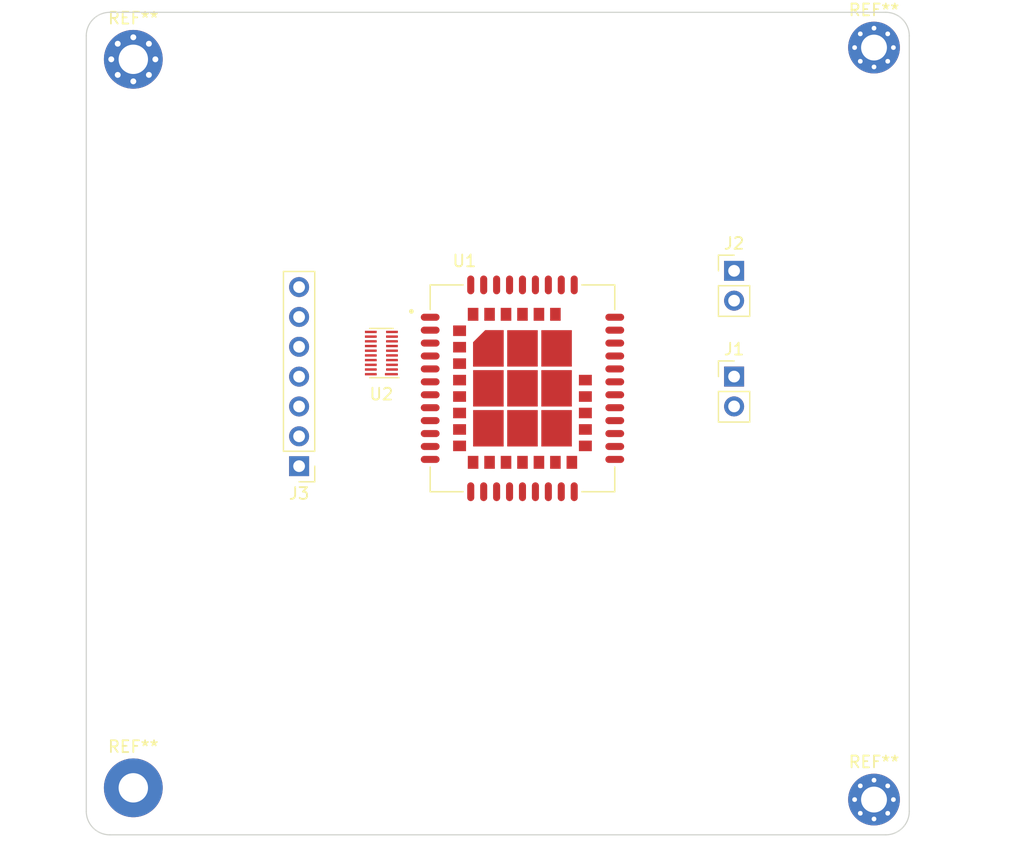
<source format=kicad_pcb>
(kicad_pcb (version 20211014) (generator pcbnew)
  (layers (0 "F.Cu" signal) (31 "B.Cu" signal) (34 "B.Paste" user) (35 "F.Paste" user) (36 "B.SilkS" user "B.Silkscreen") (37 "F.SilkS" user "F.Silkscreen") (38 "B.Mask" user) (39 "F.Mask" user) (44 "Edge.Cuts" user))
  (net 0 "")
  (net 15 "Net-(U1-Pad34)")
  (net 31 "/UART1_TXD")
  (net 32 "/UART1_RXD")
  (net 33 "/UART1_RTS")
  (net 34 "/UART1_CTS")
  (net 35 "/UART1_DCD")
  (net 36 "/UART1_DTR")
  (net 37 "/UART1_RI")
  (net 38 "GND")
  (net 39 "Net-(U1-Pad22)")
  (net 40 "Net-(U1-Pad23)")
  (net 41 "VDD")
  (net 42 "Net-(U1-Pad61)")
  (net 43 "Net-(U1-Pad62)")
  (net 44 "Net-(R1-Pad1)")
  (net 45 "Net-(R2-Pad2)")
  (net 46 "Net-(J3-Pad7)")
  (net 47 "Net-(J3-Pad6)")
  (net 48 "Net-(J3-Pad5)")
  (net 49 "+3.3V")
  (net 50 "Net-(J3-Pad4)")
  (net 51 "Net-(J3-Pad3)")
  (net 52 "Net-(J3-Pad2)")
  (net 53 "Net-(J3-Pad1)")
  (net 54 "/LED_NETLIGHT")
  (net 55 "/LED_STATUS")
  (footprint "Package_SON:USON-20_2x4mm_P0.4mm" (layer "F.Cu") (at 124.1 95 180)
    (fp_text reference "U2" (at 0 -3.5) (layer "F.SilkS"))
    (fp_text value "TXB0108DQSR")
    (fp_line (start 1 2.1) (end -1 2.1) (layer "F.SilkS") (width 0.12))
    (fp_line (start 1 -2.1) (end -1.5 -2.1) (layer "F.SilkS") (width 0.12))
    (pad "1" smd rect (at -0.85 -1.8 90) (size 0.2 1.1) (layers "F.Cu" "F.Paste" "F.Mask") (net 34 "/UART1_CTS"))
    (pad "2" smd rect (at -0.9 -1.4 90) (size 0.2 1) (layers "F.Cu" "F.Paste" "F.Mask") (net 35 "/UART1_DCD"))
    (pad "3" smd rect (at -0.9 -1 90) (size 0.2 1) (layers "F.Cu" "F.Paste" "F.Mask") (net 36 "/UART1_DTR"))
    (pad "4" smd rect (at -0.9 -0.6 90) (size 0.2 1) (layers "F.Cu" "F.Paste" "F.Mask") (net 37 "/UART1_RI"))
    (pad "5" smd rect (at -0.9 -0.2 90) (size 0.2 1) (layers "F.Cu" "F.Paste" "F.Mask") (net 41 "VDD"))
    (pad "6" smd rect (at -0.9 0.2 90) (size 0.2 1) (layers "F.Cu" "F.Paste" "F.Mask") (net 41 "VDD"))
    (pad "7" smd rect (at -0.9 0.6 90) (size 0.2 1) (layers "F.Cu" "F.Paste" "F.Mask") (net 33 "/UART1_RTS"))
    (pad "8" smd rect (at -0.9 1 90) (size 0.2 1) (layers "F.Cu" "F.Paste" "F.Mask") (net 32 "/UART1_RXD"))
    (pad "9" smd rect (at -0.9 1.4 90) (size 0.2 1) (layers "F.Cu" "F.Paste" "F.Mask") (net 31 "/UART1_TXD"))
    (pad "10" smd rect (at -0.9 1.8 90) (size 0.2 1) (layers "F.Cu" "F.Paste" "F.Mask") (net 44 "Net-(R1-Pad1)"))
    (pad "11" smd rect (at 0.9 1.8 90) (size 0.2 1) (layers "F.Cu" "F.Paste" "F.Mask") (net 45 "Net-(R2-Pad2)"))
    (pad "12" smd rect (at 0.9 1.4 90) (size 0.2 1) (layers "F.Cu" "F.Paste" "F.Mask") (net 46 "Net-(J3-Pad7)"))
    (pad "13" smd rect (at 0.9 1 90) (size 0.2 1) (layers "F.Cu" "F.Paste" "F.Mask") (net 47 "Net-(J3-Pad6)"))
    (pad "14" smd rect (at 0.9 0.6 90) (size 0.2 1) (layers "F.Cu" "F.Paste" "F.Mask") (net 48 "Net-(J3-Pad5)"))
    (pad "15" smd rect (at 0.9 0.2 90) (size 0.2 1) (layers "F.Cu" "F.Paste" "F.Mask") (net 38 "GND"))
    (pad "16" smd rect (at 0.9 -0.2 90) (size 0.2 1) (layers "F.Cu" "F.Paste" "F.Mask") (net 49 "+3.3V"))
    (pad "17" smd rect (at 0.9 -0.6 90) (size 0.2 1) (layers "F.Cu" "F.Paste" "F.Mask") (net 50 "Net-(J3-Pad4)"))
    (pad "18" smd rect (at 0.9 -1 90) (size 0.2 1) (layers "F.Cu" "F.Paste" "F.Mask") (net 51 "Net-(J3-Pad3)"))
    (pad "19" smd rect (at 0.9 -1.4 90) (size 0.2 1) (layers "F.Cu" "F.Paste" "F.Mask") (net 52 "Net-(J3-Pad2)"))
    (pad "20" smd rect (at 0.9 -1.8 90) (size 0.2 1) (layers "F.Cu" "F.Paste" "F.Mask") (net 53 "Net-(J3-Pad1)"))
  )
  (footprint "SIM7080G:XCVR_SIM7080G" (layer "F.Cu") (at 136.1 98)
    (fp_text reference "U1" (at -4.935 -10.84) (layer "F.SilkS"))
    (fp_text value "SIM7080G")
    (fp_line (start 5.05 8.8) (end 7.85 8.8) (layer "F.SilkS") (width 0.127))
    (fp_line (start -7.85 8.8) (end -7.85 6.7) (layer "F.SilkS") (width 0.127))
    (fp_line (start -7.85 -6.7) (end -7.85 -8.8) (layer "F.SilkS") (width 0.127))
    (fp_line (start -7.85 -8.8) (end -5.05 -8.8) (layer "F.SilkS") (width 0.127))
    (fp_line (start 7.85 8.8) (end 7.85 6.7) (layer "F.SilkS") (width 0.127))
    (fp_line (start 7.85 -8.8) (end 7.85 -6.7) (layer "F.SilkS") (width 0.127))
    (fp_line (start 5.05 -8.8) (end 7.85 -8.8) (layer "F.SilkS") (width 0.127))
    (fp_line (start -5.05 8.8) (end -7.85 8.8) (layer "F.SilkS") (width 0.127))
    (fp_circle (center -9.45 -6.55) (end -9.35 -6.55) (layer "F.SilkS") (width 0.2) (fill none))
    (pad "1" smd oval locked (at -7.85 -6.05) (size 1.6 0.6) (layers "F.Cu" "F.Mask") (net 31 "/UART1_TXD"))
    (pad "2" smd oval locked (at -7.85 -4.95) (size 1.6 0.6) (layers "F.Cu" "F.Mask") (net 32 "/UART1_RXD"))
    (pad "3" smd oval locked (at -7.85 -3.85) (size 1.6 0.6) (layers "F.Cu" "F.Mask") (net 33 "/UART1_RTS"))
    (pad "4" smd oval locked (at -7.85 -2.75) (size 1.6 0.6) (layers "F.Cu" "F.Mask") (net 34 "/UART1_CTS"))
    (pad "5" smd oval locked (at -7.85 -1.65) (size 1.6 0.6) (layers "F.Cu" "F.Mask") (net 35 "/UART1_DCD"))
    (pad "6" smd oval locked (at -7.85 -0.55) (size 1.6 0.6) (layers "F.Cu" "F.Mask") (net 36 "/UART1_DTR"))
    (pad "7" smd oval locked (at -7.85 0.55) (size 1.6 0.6) (layers "F.Cu" "F.Mask") (net 37 "/UART1_RI"))
    (pad "8" smd oval locked (at -7.85 1.65) (size 1.6 0.6) (layers "F.Cu" "F.Mask") (net 38 "GND"))
    (pad "9" smd oval locked (at -7.85 2.75) (size 1.6 0.6) (layers "F.Cu" "F.Mask"))
    (pad "10" smd oval locked (at -7.85 3.85) (size 1.6 0.6) (layers "F.Cu" "F.Mask"))
    (pad "11" smd oval locked (at -7.85 4.95) (size 1.6 0.6) (layers "F.Cu" "F.Mask"))
    (pad "12" smd oval locked (at -7.85 6.05) (size 1.6 0.6) (layers "F.Cu" "F.Mask"))
    (pad "13" smd oval locked (at -4.4 8.8) (size 0.6 1.6) (layers "F.Cu" "F.Mask") (net 38 "GND"))
    (pad "14" smd oval locked (at -3.3 8.8) (size 0.6 1.6) (layers "F.Cu" "F.Mask"))
    (pad "15" smd oval locked (at -2.2 8.8) (size 0.6 1.6) (layers "F.Cu" "F.Mask"))
    (pad "16" smd oval locked (at -1.1 8.8) (size 0.6 1.6) (layers "F.Cu" "F.Mask"))
    (pad "17" smd oval locked (at 0 8.8) (size 0.6 1.6) (layers "F.Cu" "F.Mask"))
    (pad "18" smd oval locked (at 1.1 8.8) (size 0.6 1.6) (layers "F.Cu" "F.Mask"))
    (pad "19" smd oval locked (at 2.2 8.8) (size 0.6 1.6) (layers "F.Cu" "F.Mask") (net 38 "GND"))
    (pad "20" smd oval locked (at 3.3 8.8) (size 0.6 1.6) (layers "F.Cu" "F.Mask"))
    (pad "21" smd oval locked (at 4.4 8.8) (size 0.6 1.6) (layers "F.Cu" "F.Mask") (net 38 "GND"))
    (pad "22" smd oval locked (at 7.85 6.05) (size 1.6 0.6) (layers "F.Cu" "F.Mask") (net 39 "Net-(U1-Pad22)"))
    (pad "23" smd oval locked (at 7.85 4.95) (size 1.6 0.6) (layers "F.Cu" "F.Mask") (net 40 "Net-(U1-Pad23)"))
    (pad "24" smd oval locked (at 7.85 3.85) (size 1.6 0.6) (layers "F.Cu" "F.Mask"))
    (pad "25" smd oval locked (at 7.85 2.75) (size 1.6 0.6) (layers "F.Cu" "F.Mask"))
    (pad "26" smd oval locked (at 7.85 1.65) (size 1.6 0.6) (layers "F.Cu" "F.Mask"))
    (pad "27" smd oval locked (at 7.85 0.55) (size 1.6 0.6) (layers "F.Cu" "F.Mask") (net 38 "GND"))
    (pad "28" smd oval locked (at 7.85 -0.55) (size 1.6 0.6) (layers "F.Cu" "F.Mask"))
    (pad "29" smd oval locked (at 7.85 -1.65) (size 1.6 0.6) (layers "F.Cu" "F.Mask"))
    (pad "30" smd oval locked (at 7.85 -2.75) (size 1.6 0.6) (layers "F.Cu" "F.Mask") (net 38 "GND"))
    (pad "31" smd oval locked (at 7.85 -3.85) (size 1.6 0.6) (layers "F.Cu" "F.Mask") (net 38 "GND"))
    (pad "32" smd oval locked (at 7.85 -4.95) (size 1.6 0.6) (layers "F.Cu" "F.Mask"))
    (pad "33" smd oval locked (at 7.85 -6.05) (size 1.6 0.6) (layers "F.Cu" "F.Mask") (net 38 "GND"))
    (pad "34" smd oval locked (at 4.4 -8.8) (size 0.6 1.6) (layers "F.Cu" "F.Mask") (net 15 "Net-(U1-Pad34)"))
    (pad "35" smd oval locked (at 3.3 -8.8) (size 0.6 1.6) (layers "F.Cu" "F.Mask") (net 15 "Net-(U1-Pad34)"))
    (pad "36" smd oval locked (at 2.2 -8.8) (size 0.6 1.6) (layers "F.Cu" "F.Mask") (net 38 "GND"))
    (pad "37" smd oval locked (at 1.1 -8.8) (size 0.6 1.6) (layers "F.Cu" "F.Mask") (net 38 "GND"))
    (pad "38" smd oval locked (at 0 -8.8) (size 0.6 1.6) (layers "F.Cu" "F.Mask"))
    (pad "39" smd oval locked (at -1.1 -8.8) (size 0.6 1.6) (layers "F.Cu" "F.Mask"))
    (pad "40" smd oval locked (at -2.2 -8.8) (size 0.6 1.6) (layers "F.Cu" "F.Mask") (net 41 "VDD"))
    (pad "41" smd oval locked (at -3.3 -8.8) (size 0.6 1.6) (layers "F.Cu" "F.Mask") (net 54 "/LED_NETLIGHT"))
    (pad "42" smd oval locked (at -4.4 -8.8) (size 0.6 1.6) (layers "F.Cu" "F.Mask") (net 55 "/LED_STATUS"))
    (pad "43" smd rect locked (at -5.35 -4.9) (size 1.1 0.9) (layers "F.Cu" "F.Mask"))
    (pad "44" smd rect locked (at -5.35 -3.5) (size 1.1 0.9) (layers "F.Cu" "F.Mask"))
    (pad "45" smd rect locked (at -5.35 -2.1) (size 1.1 0.9) (layers "F.Cu" "F.Mask") (net 38 "GND"))
    (pad "46" smd rect locked (at -5.35 -0.7) (size 1.1 0.9) (layers "F.Cu" "F.Mask"))
    (pad "47" smd rect locked (at -5.35 0.7) (size 1.1 0.9) (layers "F.Cu" "F.Mask"))
    (pad "48" smd rect locked (at -5.35 2.1) (size 1.1 0.9) (layers "F.Cu" "F.Mask"))
    (pad "49" smd rect locked (at -5.35 3.5) (size 1.1 0.9) (layers "F.Cu" "F.Mask"))
    (pad "50" smd rect locked (at -5.35 4.9) (size 1.1 0.9) (layers "F.Cu" "F.Mask"))
    (pad "51" smd rect locked (at -4.2 6.3) (size 0.9 1.1) (layers "F.Cu" "F.Mask"))
    (pad "52" smd rect locked (at -2.8 6.3) (size 0.9 1.1) (layers "F.Cu" "F.Mask"))
    (pad "53" smd rect locked (at -1.4 6.3) (size 0.9 1.1) (layers "F.Cu" "F.Mask"))
    (pad "54" smd rect locked (at 0 6.3) (size 0.9 1.1) (layers "F.Cu" "F.Mask"))
    (pad "55" smd rect locked (at 1.4 6.3) (size 0.9 1.1) (layers "F.Cu" "F.Mask"))
    (pad "56" smd rect locked (at 2.8 6.3) (size 0.9 1.1) (layers "F.Cu" "F.Mask"))
    (pad "57" smd rect locked (at 4.2 6.3) (size 0.9 1.1) (layers "F.Cu" "F.Mask"))
    (pad "58" smd rect locked (at 5.35 4.9 180) (size 1.1 0.9) (layers "F.Cu" "F.Mask"))
    (pad "59" smd rect locked (at 5.35 3.5 180) (size 1.1 0.9) (layers "F.Cu" "F.Mask"))
    (pad "60" smd rect locked (at 5.35 2.1 180) (size 1.1 0.9) (layers "F.Cu" "F.Mask"))
    (pad "61" smd rect locked (at 5.35 0.7 180) (size 1.1 0.9) (layers "F.Cu" "F.Mask") (net 42 "Net-(U1-Pad61)"))
    (pad "62" smd rect locked (at 5.35 -0.7 180) (size 1.1 0.9) (layers "F.Cu" "F.Mask") (net 43 "Net-(U1-Pad62)"))
    (pad "63" smd rect locked (at 2.8 -6.3) (size 0.9 1.1) (layers "F.Cu" "F.Mask") (net 38 "GND"))
    (pad "64" smd rect locked (at 1.4 -6.3) (size 0.9 1.1) (layers "F.Cu" "F.Mask"))
    (pad "65" smd rect locked (at 0 -6.3) (size 0.9 1.1) (layers "F.Cu" "F.Mask"))
    (pad "66" smd rect locked (at -1.4 -6.3) (size 0.9 1.1) (layers "F.Cu" "F.Mask") (net 38 "GND"))
    (pad "67" smd rect locked (at -2.8 -6.3) (size 0.9 1.1) (layers "F.Cu" "F.Mask") (net 38 "GND"))
    (pad "68" smd rect locked (at -4.2 -6.3) (size 0.9 1.1) (layers "F.Cu" "F.Mask"))
    (pad "69" smd custom locked (at -2.9 -3.4) (size 1 1) (layers "F.Cu") (net 38 "GND") (options (clearance outline) (anchor rect)) (primitives (gr_poly (pts (xy 1.3 1.55) (xy -1.3 1.55) (xy -1.3 -0.52) (xy -0.27 -1.55) (xy 1.3 -1.55)) (width 0.01) (fill yes))))
    (pad "70" smd rect locked (at -2.9 0) (size 2.6 3.1) (layers "F.Cu" "F.Mask") (net 38 "GND"))
    (pad "71" smd rect locked (at -2.9 3.4) (size 2.6 3.1) (layers "F.Cu" "F.Mask") (net 38 "GND"))
    (pad "72" smd rect locked (at 0 3.4) (size 2.6 3.1) (layers "F.Cu" "F.Mask") (net 38 "GND"))
    (pad "73" smd rect locked (at 2.9 3.4) (size 2.6 3.1) (layers "F.Cu" "F.Mask") (net 38 "GND"))
    (pad "74" smd rect locked (at 2.9 0) (size 2.6 3.1) (layers "F.Cu" "F.Mask") (net 38 "GND"))
    (pad "75" smd rect locked (at 2.9 -3.4) (size 2.6 3.1) (layers "F.Cu" "F.Mask") (net 38 "GND"))
    (pad "76" smd rect locked (at 0 -3.4) (size 2.6 3.1) (layers "F.Cu" "F.Mask") (net 38 "GND"))
    (pad "77" smd rect locked (at 0 0) (size 2.6 3.1) (layers "F.Cu" "F.Mask") (net 38 "GND"))
  )
  (footprint "Connector_PinHeader_2.54mm:PinHeader_1x02_P2.54mm_Vertical" (layer "F.Cu") (at 154.1 97)
    (fp_text reference "J1" (at 0 -2.33) (layer "F.SilkS"))
    (fp_text value "Conn_01x02")
    (fp_line (start -1.33 1.27) (end 1.33 1.27) (layer "F.SilkS") (width 0.12))
    (fp_line (start 1.33 1.27) (end 1.33 3.87) (layer "F.SilkS") (width 0.12))
    (fp_line (start -1.33 0) (end -1.33 -1.33) (layer "F.SilkS") (width 0.12))
    (fp_line (start -1.33 3.87) (end 1.33 3.87) (layer "F.SilkS") (width 0.12))
    (fp_line (start -1.33 1.27) (end -1.33 3.87) (layer "F.SilkS") (width 0.12))
    (fp_line (start -1.33 -1.33) (end 0 -1.33) (layer "F.SilkS") (width 0.12))
    (pad "1" thru_hole rect (at 0 0) (size 1.7 1.7) (drill 1) (layers *.Cu *.Mask) (net 40 "Net-(U1-Pad23)"))
    (pad "2" thru_hole oval (at 0 2.54) (size 1.7 1.7) (drill 1) (layers *.Cu *.Mask) (net 39 "Net-(U1-Pad22)"))
  )
  (footprint "MountingHole:MountingHole_2.5mm_Pad" (layer "F.Cu") (at 103 132)
    (fp_text reference "REF**" (at 0 -3.5) (layer "F.SilkS"))
    (fp_text value "MountingHole_2.5mm_Pad")
    (pad "1" thru_hole circle (at 0 0) (size 5 5) (drill 2.5) (layers *.Cu *.Mask))
  )
  (footprint "Connector_PinHeader_2.54mm:PinHeader_1x02_P2.54mm_Vertical" (layer "F.Cu") (at 154.1 88)
    (fp_text reference "J2" (at 0 -2.33) (layer "F.SilkS"))
    (fp_text value "Conn_01x02")
    (fp_line (start -1.33 0) (end -1.33 -1.33) (layer "F.SilkS") (width 0.12))
    (fp_line (start 1.33 1.27) (end 1.33 3.87) (layer "F.SilkS") (width 0.12))
    (fp_line (start -1.33 -1.33) (end 0 -1.33) (layer "F.SilkS") (width 0.12))
    (fp_line (start -1.33 3.87) (end 1.33 3.87) (layer "F.SilkS") (width 0.12))
    (fp_line (start -1.33 1.27) (end -1.33 3.87) (layer "F.SilkS") (width 0.12))
    (fp_line (start -1.33 1.27) (end 1.33 1.27) (layer "F.SilkS") (width 0.12))
    (pad "1" thru_hole rect (at 0 0) (size 1.7 1.7) (drill 1) (layers *.Cu *.Mask) (net 43 "Net-(U1-Pad62)"))
    (pad "2" thru_hole oval (at 0 2.54) (size 1.7 1.7) (drill 1) (layers *.Cu *.Mask) (net 42 "Net-(U1-Pad61)"))
  )
  (footprint "Connector_PinHeader_2.54mm:PinHeader_1x07_P2.54mm_Vertical" (layer "F.Cu") (at 117.1 104.625 180)
    (fp_text reference "J3" (at 0 -2.33) (layer "F.SilkS"))
    (fp_text value "Conn_01x07")
    (fp_line (start 1.33 1.27) (end 1.33 16.57) (layer "F.SilkS") (width 0.12))
    (fp_line (start -1.33 1.27) (end 1.33 1.27) (layer "F.SilkS") (width 0.12))
    (fp_line (start -1.33 16.57) (end 1.33 16.57) (layer "F.SilkS") (width 0.12))
    (fp_line (start -1.33 1.27) (end -1.33 16.57) (layer "F.SilkS") (width 0.12))
    (fp_line (start -1.33 0) (end -1.33 -1.33) (layer "F.SilkS") (width 0.12))
    (fp_line (start -1.33 -1.33) (end 0 -1.33) (layer "F.SilkS") (width 0.12))
    (pad "1" thru_hole rect (at 0 0 180) (size 1.7 1.7) (drill 1) (layers *.Cu *.Mask) (net 53 "Net-(J3-Pad1)"))
    (pad "2" thru_hole oval (at 0 2.54 180) (size 1.7 1.7) (drill 1) (layers *.Cu *.Mask) (net 52 "Net-(J3-Pad2)"))
    (pad "3" thru_hole oval (at 0 5.08 180) (size 1.7 1.7) (drill 1) (layers *.Cu *.Mask) (net 51 "Net-(J3-Pad3)"))
    (pad "4" thru_hole oval (at 0 7.62 180) (size 1.7 1.7) (drill 1) (layers *.Cu *.Mask) (net 50 "Net-(J3-Pad4)"))
    (pad "5" thru_hole oval (at 0 10.16 180) (size 1.7 1.7) (drill 1) (layers *.Cu *.Mask) (net 48 "Net-(J3-Pad5)"))
    (pad "6" thru_hole oval (at 0 12.7 180) (size 1.7 1.7) (drill 1) (layers *.Cu *.Mask) (net 47 "Net-(J3-Pad6)"))
    (pad "7" thru_hole oval (at 0 15.24 180) (size 1.7 1.7) (drill 1) (layers *.Cu *.Mask) (net 46 "Net-(J3-Pad7)"))
  )
  (footprint "MountingHole:MountingHole_2.2mm_M2_Pad_Via" (layer "F.Cu") (at 166 69)
    (fp_text reference "REF**" (at 0 -3.2) (layer "F.SilkS"))
    (fp_text value "MountingHole_2.2mm_M2_Pad_Via")
    (pad "1" thru_hole circle (at 0 1.65) (size 0.7 0.7) (drill 0.4) (layers *.Cu *.Mask))
    (pad "1" thru_hole circle (at 1.166726 -1.166726) (size 0.7 0.7) (drill 0.4) (layers *.Cu *.Mask))
    (pad "1" thru_hole circle (at -1.166726 -1.166726) (size 0.7 0.7) (drill 0.4) (layers *.Cu *.Mask))
    (pad "1" thru_hole circle (at -1.166726 1.166726) (size 0.7 0.7) (drill 0.4) (layers *.Cu *.Mask))
    (pad "1" thru_hole circle (at 0 0) (size 4.4 4.4) (drill 2.2) (layers *.Cu *.Mask))
    (pad "1" thru_hole circle (at 1.65 0) (size 0.7 0.7) (drill 0.4) (layers *.Cu *.Mask))
    (pad "1" thru_hole circle (at 1.166726 1.166726) (size 0.7 0.7) (drill 0.4) (layers *.Cu *.Mask))
    (pad "1" thru_hole circle (at 0 -1.65) (size 0.7 0.7) (drill 0.4) (layers *.Cu *.Mask))
    (pad "1" thru_hole circle (at -1.65 0) (size 0.7 0.7) (drill 0.4) (layers *.Cu *.Mask))
  )
  (footprint "MountingHole:MountingHole_2.2mm_M2_Pad_Via" (layer "F.Cu") (at 166 133)
    (fp_text reference "REF**" (at 0 -3.2) (layer "F.SilkS"))
    (fp_text value "MountingHole_2.2mm_M2_Pad_Via")
    (pad "1" thru_hole circle (at 0 -1.65) (size 0.7 0.7) (drill 0.4) (layers *.Cu *.Mask))
    (pad "1" thru_hole circle (at -1.65 0) (size 0.7 0.7) (drill 0.4) (layers *.Cu *.Mask))
    (pad "1" thru_hole circle (at 0 1.65) (size 0.7 0.7) (drill 0.4) (layers *.Cu *.Mask))
    (pad "1" thru_hole circle (at 1.166726 -1.166726) (size 0.7 0.7) (drill 0.4) (layers *.Cu *.Mask))
    (pad "1" thru_hole circle (at 1.166726 1.166726) (size 0.7 0.7) (drill 0.4) (layers *.Cu *.Mask))
    (pad "1" thru_hole circle (at -1.166726 -1.166726) (size 0.7 0.7) (drill 0.4) (layers *.Cu *.Mask))
    (pad "1" thru_hole circle (at 0 0) (size 4.4 4.4) (drill 2.2) (layers *.Cu *.Mask))
    (pad "1" thru_hole circle (at -1.166726 1.166726) (size 0.7 0.7) (drill 0.4) (layers *.Cu *.Mask))
    (pad "1" thru_hole circle (at 1.65 0) (size 0.7 0.7) (drill 0.4) (layers *.Cu *.Mask))
  )
  (footprint "MountingHole:MountingHole_2.5mm_Pad_Via" (layer "F.Cu") (at 103 70)
    (fp_text reference "REF**" (at 0 -3.5) (layer "F.SilkS"))
    (fp_text value "MountingHole_2.5mm_Pad_Via")
    (pad "1" thru_hole circle (at 1.325825 1.325825) (size 0.8 0.8) (drill 0.5) (layers *.Cu *.Mask))
    (pad "1" thru_hole circle (at -1.875 0) (size 0.8 0.8) (drill 0.5) (layers *.Cu *.Mask))
    (pad "1" thru_hole circle (at 0 0) (size 5 5) (drill 2.5) (layers *.Cu *.Mask))
    (pad "1" thru_hole circle (at 0 1.875) (size 0.8 0.8) (drill 0.5) (layers *.Cu *.Mask))
    (pad "1" thru_hole circle (at 1.325825 -1.325825) (size 0.8 0.8) (drill 0.5) (layers *.Cu *.Mask))
    (pad "1" thru_hole circle (at 1.875 0) (size 0.8 0.8) (drill 0.5) (layers *.Cu *.Mask))
    (pad "1" thru_hole circle (at -1.325825 -1.325825) (size 0.8 0.8) (drill 0.5) (layers *.Cu *.Mask))
    (pad "1" thru_hole circle (at 0 -1.875) (size 0.8 0.8) (drill 0.5) (layers *.Cu *.Mask))
    (pad "1" thru_hole circle (at -1.325825 1.325825) (size 0.8 0.8) (drill 0.5) (layers *.Cu *.Mask))
  )
  (gr_line (start 101 136) (end 167 136) (layer "Edge.Cuts") (width 0.1))
  (gr_line (start 99 68) (end 99 134) (layer "Edge.Cuts") (width 0.1))
  (gr_line (start 167 66) (end 101 66) (layer "Edge.Cuts") (width 0.1))
  (gr_arc (start 167 66) (mid 168.414214 66.585786) (end 169 68) (layer "Edge.Cuts") (width 0.1))
  (gr_arc (start 101 136) (mid 99.585786 135.414214) (end 99 134) (layer "Edge.Cuts") (width 0.1))
  (gr_arc (start 99 68) (mid 99.585786 66.585786) (end 101 66) (layer "Edge.Cuts") (width 0.1))
  (gr_arc (start 169 134) (mid 168.414214 135.414214) (end 167 136) (layer "Edge.Cuts") (width 0.1))
  (gr_line (start 169 134) (end 169 68) (layer "Edge.Cuts") (width 0.1))
)
</source>
